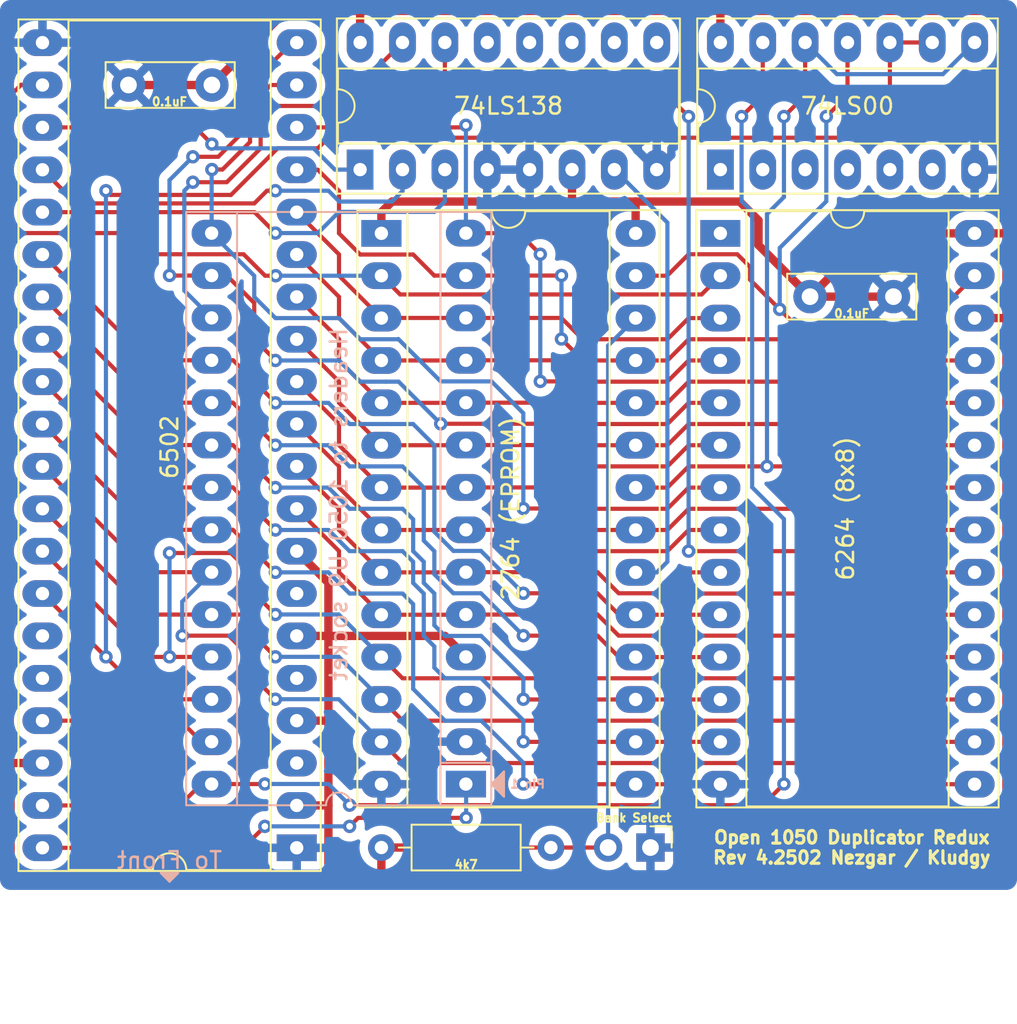
<source format=kicad_pcb>
(kicad_pcb
	(version 20240108)
	(generator "pcbnew")
	(generator_version "8.0")
	(general
		(thickness 1.6)
		(legacy_teardrops no)
	)
	(paper "A4")
	(layers
		(0 "F.Cu" signal)
		(31 "B.Cu" signal)
		(32 "B.Adhes" user "B.Adhesive")
		(33 "F.Adhes" user "F.Adhesive")
		(34 "B.Paste" user)
		(35 "F.Paste" user)
		(36 "B.SilkS" user "B.Silkscreen")
		(37 "F.SilkS" user "F.Silkscreen")
		(38 "B.Mask" user)
		(39 "F.Mask" user)
		(40 "Dwgs.User" user "User.Drawings")
		(41 "Cmts.User" user "User.Comments")
		(42 "Eco1.User" user "User.Eco1")
		(43 "Eco2.User" user "User.Eco2")
		(44 "Edge.Cuts" user)
		(45 "Margin" user)
		(46 "B.CrtYd" user "B.Courtyard")
		(47 "F.CrtYd" user "F.Courtyard")
		(48 "B.Fab" user)
		(49 "F.Fab" user)
		(50 "User.1" user)
		(51 "User.2" user)
		(52 "User.3" user)
		(53 "User.4" user)
		(54 "User.5" user)
		(55 "User.6" user)
		(56 "User.7" user)
		(57 "User.8" user)
		(58 "User.9" user)
	)
	(setup
		(stackup
			(layer "F.SilkS"
				(type "Top Silk Screen")
			)
			(layer "F.Paste"
				(type "Top Solder Paste")
			)
			(layer "F.Mask"
				(type "Top Solder Mask")
				(thickness 0.01)
			)
			(layer "F.Cu"
				(type "copper")
				(thickness 0.035)
			)
			(layer "dielectric 1"
				(type "core")
				(thickness 1.51)
				(material "FR4")
				(epsilon_r 4.5)
				(loss_tangent 0.02)
			)
			(layer "B.Cu"
				(type "copper")
				(thickness 0.035)
			)
			(layer "B.Mask"
				(type "Bottom Solder Mask")
				(thickness 0.01)
			)
			(layer "B.Paste"
				(type "Bottom Solder Paste")
			)
			(layer "B.SilkS"
				(type "Bottom Silk Screen")
			)
			(copper_finish "None")
			(dielectric_constraints no)
		)
		(pad_to_mask_clearance 0)
		(allow_soldermask_bridges_in_footprints no)
		(aux_axis_origin 176.53 76.2)
		(pcbplotparams
			(layerselection 0x00010f0_ffffffff)
			(plot_on_all_layers_selection 0x0000000_00000000)
			(disableapertmacros no)
			(usegerberextensions yes)
			(usegerberattributes yes)
			(usegerberadvancedattributes yes)
			(creategerberjobfile yes)
			(dashed_line_dash_ratio 12.000000)
			(dashed_line_gap_ratio 3.000000)
			(svgprecision 6)
			(plotframeref no)
			(viasonmask no)
			(mode 1)
			(useauxorigin no)
			(hpglpennumber 1)
			(hpglpenspeed 20)
			(hpglpendiameter 15.000000)
			(pdf_front_fp_property_popups yes)
			(pdf_back_fp_property_popups yes)
			(dxfpolygonmode yes)
			(dxfimperialunits yes)
			(dxfusepcbnewfont yes)
			(psnegative no)
			(psa4output no)
			(plotreference yes)
			(plotvalue yes)
			(plotfptext yes)
			(plotinvisibletext no)
			(sketchpadsonfab no)
			(subtractmaskfromsilk no)
			(outputformat 1)
			(mirror no)
			(drillshape 0)
			(scaleselection 1)
			(outputdirectory "gerbers/")
		)
	)
	(net 0 "")
	(net 1 "VCC")
	(net 2 "/a13?")
	(net 3 "/a13")
	(net 4 "/a15")
	(net 5 "/a1")
	(net 6 "/a11")
	(net 7 "/d3")
	(net 8 "unconnected-(CPU1-nc-Pad36)")
	(net 9 "/a14")
	(net 10 "/a8")
	(net 11 "/a2")
	(net 12 "/d0")
	(net 13 "/a7")
	(net 14 "GND")
	(net 15 "unconnected-(CPU1-SYNC-Pad7)")
	(net 16 "/d1")
	(net 17 "/d6")
	(net 18 "/d4")
	(net 19 "/r~{w}")
	(net 20 "/a12")
	(net 21 "/a5")
	(net 22 "/a9")
	(net 23 "unconnected-(CPU1-ϕ1-Pad3)")
	(net 24 "/a10")
	(net 25 "/a0")
	(net 26 "/d2")
	(net 27 "/a6")
	(net 28 "unconnected-(CPU1-nc-Pad5)")
	(net 29 "/a4")
	(net 30 "unconnected-(CPU1-nc-Pad35)")
	(net 31 "/ϕ0")
	(net 32 "/ϕ2")
	(net 33 "/d7")
	(net 34 "/a3")
	(net 35 "/~{res}")
	(net 36 "/d5")
	(net 37 "unconnected-(RAM1-NC-Pad1)")
	(net 38 "/r~{w}ϕ")
	(net 39 "/~{oe}")
	(net 40 "/~{ce1}")
	(net 41 "/~{ce0}")
	(net 42 "unconnected-(U9-RDY-Pad3)")
	(net 43 "/m12")
	(net 44 "unconnected-(U100-O2-Pad13)")
	(net 45 "unconnected-(U100-O5-Pad10)")
	(net 46 "unconnected-(U100-O4-Pad11)")
	(net 47 "unconnected-(U100-O6-Pad9)")
	(net 48 "unconnected-(U100-O3-Pad12)")
	(net 49 "unconnected-(U101-2A-Pad4)")
	(net 50 "unconnected-(U101-1A-Pad1)")
	(net 51 "unconnected-(U101-1Y-Pad3)")
	(net 52 "unconnected-(U101-2Y-Pad6)")
	(net 53 "unconnected-(U101-1B-Pad2)")
	(net 54 "unconnected-(U101-2B-Pad5)")
	(footprint "Open1050Duplicator:C_Disc_D7.5mm_W2.5mm_P5.00mm" (layer "F.Cu") (at 165.314 85.09 180))
	(footprint "Package_DIP:DIP-14_W7.62mm_Socket_LongPads" (layer "F.Cu") (at 154.94 77.475 90))
	(footprint "Package_DIP:DIP-16_W7.62mm_Socket_LongPads" (layer "F.Cu") (at 133.345 77.475 90))
	(footprint "Resistor_THT:R_Axial_DIN0207_L6.3mm_D2.5mm_P10.16mm_Horizontal" (layer "F.Cu") (at 144.78 118.11 180))
	(footprint "Open1050Duplicator:C_Disc_D7.5mm_W2.5mm_P5.00mm" (layer "F.Cu") (at 124.46 72.405 180))
	(footprint "Package_DIP:DIP-28_W15.24mm_Socket_LongPads" (layer "F.Cu") (at 154.94 81.295))
	(footprint "Connector_PinHeader_2.54mm:PinHeader_1x02_P2.54mm_Horizontal" (layer "F.Cu") (at 150.749 118.11 -90))
	(footprint "Package_DIP:DIP-40_W15.24mm_Socket_LongPads" (layer "F.Cu") (at 129.545 118.125 180))
	(footprint "Package_DIP:DIP-28_W15.24mm_Socket_LongPads" (layer "F.Cu") (at 134.62 81.295))
	(footprint "Package_DIP:DIP-28_W15.24mm_LongPads" (layer "F.Cu") (at 139.685 114.305 180))
	(footprint "LOGO" (layer "B.Cu") (at 164.084 109.22 -90))
	(footprint "LOGO" (layer "B.Cu") (at 163.449 95.377 -90))
	(gr_poly
		(pts
			(xy 121.92 120.142) (xy 121.412 119.634) (xy 122.428 119.634)
		)
		(stroke
			(width 0.15)
			(type solid)
		)
		(fill solid)
		(layer "B.SilkS")
		(uuid "4548ad24-3854-4916-8586-10e817dd1efb")
	)
	(gr_arc
		(start 112.395 120.65)
		(mid 111.945987 120.464013)
		(end 111.76 120.015)
		(stroke
			(width 0.001)
			(type solid)
		)
		(layer "Edge.Cuts")
		(uuid "015c9721-75fc-4cd1-a77f-a21117af0435")
	)
	(gr_line
		(start 112.395 120.65)
		(end 172.085 120.65)
		(stroke
			(width 0.001)
			(type solid)
		)
		(layer "Edge.Cuts")
		(uuid "087f7217-46b9-4b85-b988-28b8815468a0")
	)
	(gr_arc
		(start 172.72 120.015)
		(mid 172.534013 120.464013)
		(end 172.085 120.65)
		(stroke
			(width 0.001)
			(type solid)
		)
		(layer "Edge.Cuts")
		(uuid "11243584-65d1-404e-b5f5-5492528390f3")
	)
	(gr_line
		(start 172.085 67.31)
		(end 112.395 67.31)
		(stroke
			(width 0.001)
			(type solid)
		)
		(layer "Edge.Cuts")
		(uuid "190136e4-3201-4504-a3ca-99e61e084411")
	)
	(gr_line
		(start 111.76 67.945)
		(end 111.76 120.015)
		(stroke
			(width 0.001)
			(type solid)
		)
		(layer "Edge.Cuts")
		(uuid "267598b1-76f7-40a9-b82b-8e57dcd82bc6")
	)
	(gr_arc
		(start 111.76 67.945)
		(mid 111.945987 67.495987)
		(end 112.395 67.31)
		(stroke
			(width 0.001)
			(type solid)
		)
		(layer "Edge.Cuts")
		(uuid "9ad50811-ea0a-4fff-96a2-037f388440cd")
	)
	(gr_line
		(start 172.72 67.945)
		(end 172.72 120.015)
		(stroke
			(width 0.001)
			(type solid)
		)
		(layer "Edge.Cuts")
		(uuid "bafd7f99-3f0e-43b2-aac3-bdb478eeb5ad")
	)
	(gr_arc
		(start 172.085 67.31)
		(mid 172.534013 67.495987)
		(end 172.72 67.945)
		(stroke
			(width 0.001)
			(type solid)
		)
		(layer "Edge.Cuts")
		(uuid "cae2ee5e-c37d-4dd4-ab3a-5e25a9804b4f")
	)
	(gr_text "To Front\n"
		(at 121.92 118.872 0)
		(layer "B.SilkS")
		(uuid "a9856c1a-046a-4e52-ae6a-3b57ddd09541")
		(effects
			(font
				(size 1 1)
				(thickness 0.15)
			)
			(justify mirror)
		)
	)
	(gr_text "Open 1050 Duplicator Redux\nRev 4.2502 Nezgar / Kludgy\n"
		(at 162.814 118.11 0)
		(layer "F.SilkS")
		(uuid "8c88bfd0-bdc3-4443-ac9e-e06ec6e55b34")
		(effects
			(font
				(size 0.75 0.75)
				(thickness 0.1875)
			)
		)
	)
	(segment
		(start 124.46 72.405)
		(end 122.6185 72.405)
		(width 0.5)
		(layer "F.Cu")
		(net 1)
		(uuid "084c05fb-e536-4df7-b050-389f7439fb80")
	)
	(segment
		(start 170.18 81.295)
		(end 164.109 81.295)
		(width 0.5)
		(layer "F.Cu")
		(net 1)
		(uuid "0b7160d8-bc2f-480e-9e15-3f93bf15122b")
	)
	(segment
		(start 156.098 79.39)
		(end 149.86 79.39)
		(width 0.5)
		(layer "F.Cu")
		(net 1)
		(uuid "1d07a099-ebaf-4405-a485-63c9894369e2")
	)
	(segment
		(start 146.05 79.39)
		(end 135.255 79.39)
		(width 0.5)
		(layer "F.Cu")
		(net 1)
		(uuid "1d3f1cfa-20a5-48b6-880b-238e245ee79f")
	)
	(segment
		(start 138.425 105.425)
		(end 139.685 106.685)
		(width 0.5)
		(layer "F.Cu")
		(net 1)
		(uuid "1e7544b8-d933-4d57-af91-90e95796b714")
	)
	(segment
		(start 131.445 117.983)
		(end 131.445 115.585)
		(width 0.5)
		(layer "F.Cu")
		(net 1)
		(uuid "20462fa0-b3ee-4520-ac16-41d700289df2")
	)
	(segment
		(start 133.345 67.965)
		(end 133.345 69.855)
		(width 0.5)
		(layer "F.Cu")
		(net 1)
		(uuid "21a9f716-54dd-472f-a44e-fd05623ff803")
	)
	(segment
		(start 131.445 115.585)
		(end 129.545 115.585)
		(width 0.5)
		(layer "F.Cu")
		(net 1)
		(uuid "2c07c31f-2115-4dcf-a00a-a931b8f3072c")
	)
	(segment
		(start 131.445 110.505)
		(end 129.545 110.505)
		(width 0.5)
		(layer "F.Cu")
		(net 1)
		(uuid "324cff70-fdbf-461f-9d7d-3fefb8ed695e")
	)
	(segment
		(start 128.9 67.965)
		(end 124.46 72.405)
		(width 0.5)
		(layer "F.Cu")
		(net 1)
		(uuid "33d69723-83da-4ff7-938e-480e48162bdd")
	)
	(segment
		(start 134.62 118.11)
		(end 138.9507 118.11)
		(width 0.5)
		(layer "F.Cu")
		(net 1)
		(uuid "34282006-0e74-4498-b30a-6e85b9e2d694")
	)
	(segment
		(start 131.445 102.245)
		(end 129.545 100.345)
		(width 0.5)
		(layer "F.Cu")
		(net 1)
		(uuid "3962f61d-005a-4563-9b1d-5a3b6108dfb5")
	)
	(segment
		(start 112.395 120.015)
		(end 134.747 120.015)
		(width 0.5)
		(layer "F.Cu")
		(net 1)
		(uuid "3d1e34b1-9b05-472b-887b-1f64f37f8c97")
	)
	(segment
		(start 146.045 79.385)
		(end 146.05 79.39)
		(width 0.5)
		(layer "F.Cu")
		(net 1)
		(uuid "3e060de6-6eb4-45c2-8a8b-5c50efe9d15d")
	)
	(segment
		(start 131.445 110.505)
		(end 131.445 102.245)
		(width 0.5)
		(layer "F.Cu")
		(net 1)
		(uuid "4a818c73-4958-47e5-a60c-bc20c049e410")
	)
	(segment
		(start 164.109 81.295)
		(end 160.314 85.09)
		(width 0.5)
		(layer "F.Cu")
		(net 1)
		(uuid "4b274e8f-9585-4557-a752-774f863806fd")
	)
	(segment
		(start 131.445 120.015)
		(end 131.445 117.983)
		(width 0.5)
		(layer "F.Cu")
		(net 1)
		(uuid "59e1a4df-d24a-4824-a790-ef619fd62899")
	)
	(segment
		(start 131.445 105.425)
		(end 138.425 105.425)
		(width 0.5)
		(layer "F.Cu")
		(net 1)
		(uuid "62502c10-5b51-4bc7-b0b8-c32d253488f7")
	)
	(segment
		(start 157.226 80.518)
		(end 156.098 79.39)
		(width 0.5)
		(layer "F.Cu")
		(net 1)
		(uuid "62959bd7-36f6-4cba-b4f9-e0d805767404")
	)
	(segment
		(start 172.085 79.39)
		(end 172.085 81.295)
		(width 0.5)
		(layer "F.Cu")
		(net 1)
		(uuid "63a19705-e583-45e0-9a66-def80dddf876")
	)
	(segment
		(start 172.085 86.4)
		(end 172.085 81.295)
		(width 0.5)
		(layer "F.Cu")
		(net 1)
		(uuid "76a848ea-856a-4983-a968-14e1435cee5a")
	)
	(segment
		(start 154.94 67.96)
		(end 172.085 67.96)
		(width 0.5)
		(layer "F.Cu")
		(net 1)
		(uuid "7b79fe8c-fb14-4fba-bb40-a2de16a62b36")
	)
	(segment
		(start 131.445 115.585)
		(end 131.445 110.505)
		(width 0.5)
		(layer "F.Cu")
		(net 1)
		(uuid "7c5dfc46-8c4f-4ebe-bb6a-a5953dd3afc8")
	)
	(segment
		(start 149.86 81.295)
		(end 149.86 79.39)
		(width 0.5)
		(layer "F.Cu")
		(net 1)
		(uuid "927c2496-a602-4160-bf0c-6c0f65ac1019")
	)
	(segment
		(start 160.314 85.09)
		(end 162.139 85.09)
		(width 0.5)
		(layer "F.Cu")
		(net 1)
		(uuid "9542c0f0-addf-46d1-801d-4ceea2c441ed")
	)
	(segment
		(start 134.62 118.11)
		(end 134.62 119.888)
		(width 0.5)
		(layer "F.Cu")
		(net 1)
		(uuid "96869059-205b-4acd-acc6-83cd4e666016")
	)
	(segment
		(start 146.045 77.475)
		(end 146.045 79.385)
		(width 0.5)
		(layer "F.Cu")
		(net 1)
		(uuid "9a331ee1-8457-4f35-8fc9-fa24c86e5d40")
	)
	(segment
		(start 172.06 86.375)
		(end 172.085 86.4)
		(width 0.5)
		(layer "F.Cu")
		(net 1)
		(uuid "9d35bbbb-3b55-429a-8d56-9f509c38aa71")
	)
	(segment
		(start 134.747 120.015)
		(end 172.085 120.015)
		(width 0.5)
		(layer "F.Cu")
		(net 1)
		(uuid "9f5024f7-c1f1-4d74-b507-15f32866cbb3")
	)
	(segment
		(start 154.94 67.96)
		(end 154.94 69.855)
		(width 0.5)
		(layer "F.Cu")
		(net 1)
		(uuid "a4658072-0eb7-432c-a4b9-7ea1e6e45890")
	)
	(segment
		(start 170.18 86.375)
		(end 172.06 86.375)
		(width 0.5)
		(layer "F.Cu")
		(net 1)
		(uuid "a8a3053c-b675-4c4b-a254-c6c222f1d316")
	)
	(segment
		(start 172.085 120.015)
		(end 172.085 86.4)
		(width 0.5)
		(layer "F.Cu")
		(net 1)
		(uuid "aa8cd727-551d-406b-884a-23c2d0179581")
	)
	(segment
		(start 146.05 79.39)
		(end 149.86 79.39)
		(width 0.5)
		(layer "F.Cu")
		(net 1)
		(uuid "ac4eaf70-616d-4d61-a3de-1074d22f8da3")
	)
	(segment
		(start 133.35 67.96)
		(end 154.94 67.96)
		(width 0.5)
		(layer "F.Cu")
		(net 1)
		(uuid "b2f8bf54-7785-4a49-81bf-a1d9895fe664")
	)
	(segment
		(start 133.345 67.965)
		(end 128.9 67.965)
		(width 0.5)
		(layer "F.Cu")
		(net 1)
		(uuid "bb3c6579-b064-441b-b104-e607d0984b38")
	)
	(segment
		(start 134.62 80.025)
		(end 134.62 81.295)
		(width 0.5)
		(layer "F.Cu")
		(net 1)
		(uuid "bffa6b67-ebcb-4915-bdc9-d24146d74c38")
	)
	(segment
		(start 157.226 82.002)
		(end 157.226 80.518)
		(width 0.5)
		(layer "F.Cu")
		(net 1)
		(uuid "c5d12e13-210f-4283-a8c9-8b5c62de9fb5")
	)
	(segment
		(start 129.545 105.425)
		(end 131.445 105.425)
		(width 0.5)
		(layer "F.Cu")
		(net 1)
		(uuid "d612797d-daaf-4b3d-888b-b1be32dae5c7")
	)
	(segment
		(start 134.62 119.888)
		(end 134.747 120.015)
		(width 0.5)
		(layer "F.Cu")
		(net 1)
		(uuid "e3a9697a-b23e-4349-a50d-7e4c0761a7fc")
	)
	(segment
		(start 160.314 85.09)
		(end 157.226 82.002)
		(width 0.5)
		(layer "F.Cu")
		(net 1)
		(uuid "e444b9e4-b549-4f3b-b3c3-dcf170bf855a")
	)
	(segment
		(start 112.395 113.045)
		(end 114.305 113.045)
		(width 0.5)
		(layer "F.Cu")
		(net 1)
		(uuid "f5c81e79-4e3d-46d0-844d-2e6480ee9651")
	)
	(segment
		(start 172.085 67.96)
		(end 172.085 79.39)
		(width 0.5)
		(layer "F.Cu")
		(net 1)
		(uuid "f7fe2d02-1b70-48fd-95c9-4e91e687cf26")
	)
	(segment
		(start 172.085 81.295)
		(end 170.18 81.295)
		(width 0.5)
		(layer "F.Cu")
		(net 1)
		(uuid "f8466eb8-4bf7-461a-8080-a70729946676")
	)
	(segment
		(start 112.395 113.045)
		(end 112.395 120.015)
		(width 0.5)
		(layer "F.Cu")
		(net 1)
		(uuid "fc199a9d-2b10-43c0-96cd-ccc007da198c")
	)
	(segment
		(start 135.255 79.39)
		(end 134.62 80.025)
		(width 0.5)
		(layer "F.Cu")
		(net 1)
		(uuid "fd22d1c4-59bd-4634-9f4b-f7bececb8ecd")
	)
	(segment
		(start 133.35 67.96)
		(end 133.345 67.965)
		(width 0.5)
		(layer "F.Cu")
		(net 1)
		(uuid "fda8bca8-4eb9-4fc2-af89-bba2feaf83ce")
	)
	(segment
		(start 144.78 118.11)
		(end 148.209 118.11)
		(width 0.25)
		(layer "F.Cu")
		(net 2)
		(uuid "5ff390c1-535b-4fd3-a5a8-d202cbfda14b")
	)
	(segment
		(start 144.78 118.11)
		(end 140.4239 118.11)
		(width 0.25)
		(layer "F.Cu")
		(net 2)
		(uuid "ae736d15-db45-45f1-9629-0e6f6740fa50")
	)
	(segment
		(start 148.209 88.026)
		(end 149.86 86.375)
		(width 0.25)
		(layer "B.Cu")
		(net 2)
		(uuid "018e4968-bad9-4dc8-af99-b1a711f8768c")
	)
	(segment
		(start 148.209 118.11)
		(end 148.209 88.026)
		(width 0.25)
		(layer "B.Cu")
		(net 2)
		(uuid "03931fac-8899-487d-8e24-023d25cc4080")
	)
	(segment
		(start 123.459 74.945)
		(end 114.305 74.945)
		(width 0.25)
		(layer "F.Cu")
		(net 3)
		(uuid "b1101488-53a5-463b-85d6-92adb3444d63")
	)
	(segment
		(start 124.46 75.946)
		(end 123.459 74.945)
		(width 0.25)
		(layer "F.Cu")
		(net 3)
		(uuid "b36f8c07-fb54-4ca0-9ed1-a3c9f258df48")
	)
	(via
		(at 124.46 75.946)
		(size 0.8)
		(drill 0.4)
		(layers "F.Cu" "B.Cu")
		(net 3)
		(uuid "0247ec57-2741-40a1-a0a1-bff8c8a86bdf")
	)
	(segment
		(start 133.345 77.475)
		(end 131.831 77.475)
		(width 0.25)
		(layer "B.Cu")
		(net 3)
		(uuid "2121c2a3-8dd9-4f5b-adbf-41447e47e61b")
	)
	(segment
		(start 131.831 77.475)
		(end 130.556 76.2)
		(width 0.25)
		(layer "B.Cu")
		(net 3)
		(uuid "50a67ef5-c6e7-41af-a6bc-4bddc795f97a")
	)
	(segment
		(start 124.714 76.2)
		(end 124.46 75.946)
		(width 0.25)
		(layer "B.Cu")
		(net 3)
		(uuid "ca8e61b8-216a-4b54-847c-3c581c0ff062")
	)
	(segment
		(start 130.556 76.2)
		(end 124.714 76.2)
		(width 0.25)
		(layer "B.Cu")
		(net 3)
		(uuid "f27654d5-a2a7-4766-957f-f1578eac1406")
	)
	(segment
		(start 127.015 80.025)
		(end 114.305 80.025)
		(width 0.25)
		(layer "F.Cu")
		(net 4)
		(uuid "39dfa334-0b63-4ed9-ab8b-f21b73c648cd")
	)
	(segment
		(start 128.27 81.28)
		(end 127.015 80.025)
		(width 0.25)
		(layer "F.Cu")
		(net 4)
		(uuid "7cad2941-8bbc-4c13-b777-24e6174a9307")
	)
	(via
		(at 128.27 81.28)
		(size 0.8)
		(drill 0.4)
		(layers "F.Cu" "B.Cu")
		(net 4)
		(uuid "b698cf80-652a-4a05-abd3-74d61b2036fc")
	)
	(segment
		(start 138.425 79.385)
		(end 138.425 77.475)
		(width 0.25)
		(layer "B.Cu")
		(net 4)
		(uuid "185c4696-2e68-4eae-9ee8-00fda305bedc")
	)
	(segment
		(start 130.81 81.28)
		(end 128.27 81.28)
		(width 0.25)
		(layer "B.Cu")
		(net 4)
		(uuid "26dd6f9e-624f-4eae-ac16-36d286993f7a")
	)
	(segment
		(start 138.42 79.385)
		(end 137.795 80.01)
		(width 0.25)
		(layer "B.Cu")
		(net 4)
		(uuid "32b6666a-f3f6-40d0-960c-5d6293f9eab2")
	)
	(segment
		(start 132.08 80.01)
		(end 130.81 81.28)
		(width 0.25)
		(layer "B.Cu")
		(net 4)
		(uuid "53e1687d-8af2-40eb-91de-9f5a6b3d1cc9")
	)
	(segment
		(start 137.795 80.01)
		(end 132.08 80.01)
		(width 0.25)
		(layer "B.Cu")
		(net 4)
		(uuid "6107ad62-24a7-4f8d-82c4-16ea5cdf737d")
	)
	(segment
		(start 138.425 79.385)
		(end 138.42 79.385)
		(width 0.25)
		(layer "B.Cu")
		(net 4)
		(uuid "c82d8810-542a-45d8-a5d5-8203e86a5d3e")
	)
	(segment
		(start 132.08 97.8)
		(end 129.545 95.265)
		(width 0.25)
		(layer "F.Cu")
		(net 5)
		(uuid "009b9920-d270-460d-abd3-6bf476475653")
	)
	(segment
		(start 151.765 102.87)
		(end 153.02 101.615)
		(width 0.25)
		(layer "F.Cu")
		(net 5)
		(uuid "18cc3f75-8088-46be-b16b-f7d7967cc1e0")
	)
	(segment
		(start 153.02 101.615)
		(end 154.94 101.615)
		(width 0.25)
		(layer "F.Cu")
		(net 5)
		(uuid "306d40a1-284e-4b74-8ea6-64072f000bf4")
	)
	(segment
		(start 147.574 101.6)
		(end 148.844 102.87)
		(width 0.25)
		(layer "F.Cu")
		(net 5)
		(uuid "476a855b-a0a3-415c-983f-eaf05fe0c36f")
	)
	(segment
		(start 134.62 101.615)
		(end 139.675 101.615)
		(width 0.25)
		(layer "F.Cu")
		(net 5)
		(uuid "489ab855-1156-49aa-baa5-304657bdcd6c")
	)
	(segment
		(start 139.685 101.605)
		(end 145.405 101.605)
		(width 0.25)
		(layer "F.Cu")
		(net 5)
		(uuid "752e159d-a109-4c25-9baa-b0ea5540a3de")
	)
	(segment
		(start 148.844 102.87)
		(end 151.765 102.87)
		(width 0.25)
		(layer "F.Cu")
		(net 5)
		(uuid "8f7e2957-c912-4ab6-aa0a-339f5c35e864")
	)
	(segment
		(start 132.08 99.075)
		(end 132.08 97.8)
		(width 0.25)
		(layer "F.Cu")
		(net 5)
		(uuid "a667af10-6841-4084-891a-af98c2ba8c16")
	)
	(segment
		(start 145.41 101.6)
		(end 147.574 101.6)
		(width 0.25)
		(layer "F.Cu")
		(net 5)
		(uuid "a783929a-c388-4f98-be1d-5e7c13017e85")
	)
	(segment
		(start 145.405 101.605)
		(end 145.41 101.6)
		(width 0.25)
		(layer "F.Cu")
		(net 5)
		(uuid "c12b3cfc-9895-4132-87ed-0ce3c387e820")
	)
	(segment
		(start 139.675 101.615)
		(end 139.685 101.605)
		(width 0.25)
		(layer "F.Cu")
		(net 5)
		(uuid "f5ad1044-eab5-481d-81bf-63ab15050347")
	)
	(segment
		(start 134.62 101.615)
		(end 132.08 99.075)
		(width 0.25)
		(layer "F.Cu")
		(net 5)
		(uuid "fdf483d6-e10b-4a59-99c8-95f0180758c9")
	)
	(segment
		(start 153.035 92.725)
		(end 151.765 93.995)
		(width 0.25)
		(layer "F.Cu")
		(net 6)
		(uuid "063b1224-f7fc-4afd-9be6-6d82c468e2ea")
	)
	(segment
		(start 161.29 92.725)
		(end 153.035 92.725)
		(width 0.25)
		(layer "F.Cu")
		(net 6)
		(uuid "39b0c1e4-ee0a-4f72-8579-c96723a96d17")
	)
	(segment
		(start 124.445 83.825)
		(end 121.925 83.825)
		(width 0.25)
		(layer "F.Cu")
		(net 6)
		(uuid "3e1be7ff-5feb-4ce3-8cb4-b4021685dfa3")
	)
	(segment
		(start 126.111 75.438)
		(end 126.111 73.025)
		(width 0.25)
		(layer "F.Cu")
		(net 6)
		(uuid "3f79dec7-0290-46de-8876-e1fe3c5c6756")
	)
	(segment
		(start 151.765 93.995)
		(end 149.86 93.995)
		(width 0.25)
		(layer "F.Cu")
		(net 6)
		(uuid "609ba021-4993-474a-8a76-31e4234225db")
	)
	(segment
		(start 123.317 76.708)
		(end 124.841 76.708)
		(width 0.25)
		(layer "F.Cu")
		(net 6)
		(uuid "69cfa288-c125-44c4-a31e-4a8733952853")
	)
	(segment
		(start 146.685 93.995)
		(end 149.86 93.995)
		(width 0.25)
		(layer "F.Cu")
		(net 6)
		(uuid "6d163f98-b859-4009-8277-2dab78902655")
	)
	(segment
		(start 125.354 83.825)
		(end 124.445 83.825)
		(width 0.25)
		(layer "F.Cu")
		(net 6)
		(uuid "6e789619-5fd3-462b-a334-a0e5e53ba30a")
	)
	(segment
		(start 146.685 93.98)
		(end 145.415 92.71)
		(width 0.25)
		(layer "F.Cu")
		(net 6)
		(uuid "78aaab0c-4511-4f4c-beca-8a2c67381344")
	)
	(segment
		(start 127 85.471)
		(end 125.354 83.825)
		(width 0.25)
		(layer "F.Cu")
		(net 6)
		(uuid "85a48135-3694-4f15-a9ca-4b51bd9637ce")
	)
	(segment
		(start 162.56 93.995)
		(end 161.29 92.725)
		(width 0.25)
		(layer "F.Cu")
		(net 6)
		(uuid "85ca0961-95a2-4e3f-bb59-d5c524d17205")
	)
	(segment
		(start 129.271 69.865)
		(end 129.545 69.865)
		(width 0.25)
		(layer "F.Cu")
		(net 6)
		(uuid "96e3c571-1bdc-4135-aafb-0c2ad36f4a3d")
	)
	(segment
		(start 124.841 76.708)
		(end 126.111 75.438)
		(width 0.25)
		(layer "F.Cu")
		(net 6)
		(uuid "985a1eca-4fd0-49c2-bf22-802671a1e7c0")
	)
	(segment
		(start 146.685 93.995)
		(end 146.685 93.98)
		(width 0.25)
		(layer "F.Cu")
		(net 6)
		(uuid "c317b731-836e-4b96-92ce-c8bbaabf87e1")
	)
	(segment
		(start 127 87.63)
		(end 127 85.471)
		(width 0.25)
		(layer "F.Cu")
		(net 6)
		(uuid "c604ee7f-4b66-4482-a9dd-c9092c3eb9bd")
	)
	(segment
		(start 128.27 88.9)
		(end 127 87.63)
		(width 0.25)
		(layer "F.Cu")
		(net 6)
		(uuid "d7e719dd-66cd-4828-970f-72adc305893d")
	)
	(segment
		(start 128.27 88.915)
		(end 128.27 88.9)
		(width 0.25)
		(layer "F.Cu")
		(net 6)
		(uuid "d8601f55-b1c1-4033-996e-44a6af9d356e")
	)
	(segment
		(start 126.111 73.025)
		(end 129.271 69.865)
		(width 0.25)
		(layer "F.Cu")
		(net 6)
		(uuid "d969b810-1b43-421a-b7dd-00306b100002")
	)
	(segment
		(start 145.415 92.71)
		(end 138.176 92.71)
		(width 0.25)
		(la
... [262198 chars truncated]
</source>
